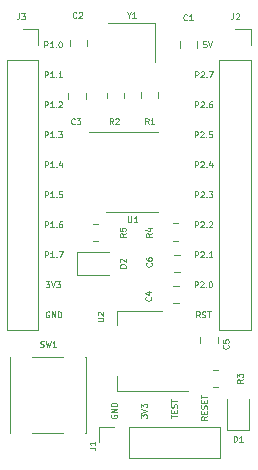
<source format=gbr>
%TF.GenerationSoftware,KiCad,Pcbnew,(5.1.10)-1*%
%TF.CreationDate,2021-10-19T17:14:30+03:00*%
%TF.ProjectId,msp,6d73702e-6b69-4636-9164-5f7063625858,rev?*%
%TF.SameCoordinates,Original*%
%TF.FileFunction,Legend,Top*%
%TF.FilePolarity,Positive*%
%FSLAX46Y46*%
G04 Gerber Fmt 4.6, Leading zero omitted, Abs format (unit mm)*
G04 Created by KiCad (PCBNEW (5.1.10)-1) date 2021-10-19 17:14:30*
%MOMM*%
%LPD*%
G01*
G04 APERTURE LIST*
%ADD10C,0.125000*%
%ADD11C,0.120000*%
G04 APERTURE END LIST*
D10*
X101602789Y-87306190D02*
X101602789Y-86806190D01*
X101793265Y-86806190D01*
X101840884Y-86830000D01*
X101864694Y-86853809D01*
X101888503Y-86901428D01*
X101888503Y-86972857D01*
X101864694Y-87020476D01*
X101840884Y-87044285D01*
X101793265Y-87068095D01*
X101602789Y-87068095D01*
X102078980Y-86853809D02*
X102102789Y-86830000D01*
X102150408Y-86806190D01*
X102269456Y-86806190D01*
X102317075Y-86830000D01*
X102340884Y-86853809D01*
X102364694Y-86901428D01*
X102364694Y-86949047D01*
X102340884Y-87020476D01*
X102055170Y-87306190D01*
X102364694Y-87306190D01*
X102578980Y-87258571D02*
X102602789Y-87282380D01*
X102578980Y-87306190D01*
X102555170Y-87282380D01*
X102578980Y-87258571D01*
X102578980Y-87306190D01*
X103031360Y-86806190D02*
X102936122Y-86806190D01*
X102888503Y-86830000D01*
X102864694Y-86853809D01*
X102817075Y-86925238D01*
X102793265Y-87020476D01*
X102793265Y-87210952D01*
X102817075Y-87258571D01*
X102840884Y-87282380D01*
X102888503Y-87306190D01*
X102983741Y-87306190D01*
X103031360Y-87282380D01*
X103055170Y-87258571D01*
X103078980Y-87210952D01*
X103078980Y-87091904D01*
X103055170Y-87044285D01*
X103031360Y-87020476D01*
X102983741Y-86996666D01*
X102888503Y-86996666D01*
X102840884Y-87020476D01*
X102817075Y-87044285D01*
X102793265Y-87091904D01*
X101567229Y-89846190D02*
X101567229Y-89346190D01*
X101757705Y-89346190D01*
X101805324Y-89370000D01*
X101829134Y-89393809D01*
X101852943Y-89441428D01*
X101852943Y-89512857D01*
X101829134Y-89560476D01*
X101805324Y-89584285D01*
X101757705Y-89608095D01*
X101567229Y-89608095D01*
X102043420Y-89393809D02*
X102067229Y-89370000D01*
X102114848Y-89346190D01*
X102233896Y-89346190D01*
X102281515Y-89370000D01*
X102305324Y-89393809D01*
X102329134Y-89441428D01*
X102329134Y-89489047D01*
X102305324Y-89560476D01*
X102019610Y-89846190D01*
X102329134Y-89846190D01*
X102543420Y-89798571D02*
X102567229Y-89822380D01*
X102543420Y-89846190D01*
X102519610Y-89822380D01*
X102543420Y-89798571D01*
X102543420Y-89846190D01*
X103019610Y-89346190D02*
X102781515Y-89346190D01*
X102757705Y-89584285D01*
X102781515Y-89560476D01*
X102829134Y-89536666D01*
X102948181Y-89536666D01*
X102995800Y-89560476D01*
X103019610Y-89584285D01*
X103043420Y-89631904D01*
X103043420Y-89750952D01*
X103019610Y-89798571D01*
X102995800Y-89822380D01*
X102948181Y-89846190D01*
X102829134Y-89846190D01*
X102781515Y-89822380D01*
X102757705Y-89798571D01*
X101585009Y-92386190D02*
X101585009Y-91886190D01*
X101775485Y-91886190D01*
X101823104Y-91910000D01*
X101846914Y-91933809D01*
X101870723Y-91981428D01*
X101870723Y-92052857D01*
X101846914Y-92100476D01*
X101823104Y-92124285D01*
X101775485Y-92148095D01*
X101585009Y-92148095D01*
X102061200Y-91933809D02*
X102085009Y-91910000D01*
X102132628Y-91886190D01*
X102251676Y-91886190D01*
X102299295Y-91910000D01*
X102323104Y-91933809D01*
X102346914Y-91981428D01*
X102346914Y-92029047D01*
X102323104Y-92100476D01*
X102037390Y-92386190D01*
X102346914Y-92386190D01*
X102561200Y-92338571D02*
X102585009Y-92362380D01*
X102561200Y-92386190D01*
X102537390Y-92362380D01*
X102561200Y-92338571D01*
X102561200Y-92386190D01*
X103013580Y-92052857D02*
X103013580Y-92386190D01*
X102894533Y-91862380D02*
X102775485Y-92219523D01*
X103085009Y-92219523D01*
X101602789Y-94926190D02*
X101602789Y-94426190D01*
X101793265Y-94426190D01*
X101840884Y-94450000D01*
X101864694Y-94473809D01*
X101888503Y-94521428D01*
X101888503Y-94592857D01*
X101864694Y-94640476D01*
X101840884Y-94664285D01*
X101793265Y-94688095D01*
X101602789Y-94688095D01*
X102078980Y-94473809D02*
X102102789Y-94450000D01*
X102150408Y-94426190D01*
X102269456Y-94426190D01*
X102317075Y-94450000D01*
X102340884Y-94473809D01*
X102364694Y-94521428D01*
X102364694Y-94569047D01*
X102340884Y-94640476D01*
X102055170Y-94926190D01*
X102364694Y-94926190D01*
X102578980Y-94878571D02*
X102602789Y-94902380D01*
X102578980Y-94926190D01*
X102555170Y-94902380D01*
X102578980Y-94878571D01*
X102578980Y-94926190D01*
X102769456Y-94426190D02*
X103078980Y-94426190D01*
X102912313Y-94616666D01*
X102983741Y-94616666D01*
X103031360Y-94640476D01*
X103055170Y-94664285D01*
X103078980Y-94711904D01*
X103078980Y-94830952D01*
X103055170Y-94878571D01*
X103031360Y-94902380D01*
X102983741Y-94926190D01*
X102840884Y-94926190D01*
X102793265Y-94902380D01*
X102769456Y-94878571D01*
X101582469Y-97466190D02*
X101582469Y-96966190D01*
X101772945Y-96966190D01*
X101820564Y-96990000D01*
X101844374Y-97013809D01*
X101868183Y-97061428D01*
X101868183Y-97132857D01*
X101844374Y-97180476D01*
X101820564Y-97204285D01*
X101772945Y-97228095D01*
X101582469Y-97228095D01*
X102058660Y-97013809D02*
X102082469Y-96990000D01*
X102130088Y-96966190D01*
X102249136Y-96966190D01*
X102296755Y-96990000D01*
X102320564Y-97013809D01*
X102344374Y-97061428D01*
X102344374Y-97109047D01*
X102320564Y-97180476D01*
X102034850Y-97466190D01*
X102344374Y-97466190D01*
X102558660Y-97418571D02*
X102582469Y-97442380D01*
X102558660Y-97466190D01*
X102534850Y-97442380D01*
X102558660Y-97418571D01*
X102558660Y-97466190D01*
X102772945Y-97013809D02*
X102796755Y-96990000D01*
X102844374Y-96966190D01*
X102963421Y-96966190D01*
X103011040Y-96990000D01*
X103034850Y-97013809D01*
X103058660Y-97061428D01*
X103058660Y-97109047D01*
X103034850Y-97180476D01*
X102749136Y-97466190D01*
X103058660Y-97466190D01*
X101585009Y-100006190D02*
X101585009Y-99506190D01*
X101775485Y-99506190D01*
X101823104Y-99530000D01*
X101846914Y-99553809D01*
X101870723Y-99601428D01*
X101870723Y-99672857D01*
X101846914Y-99720476D01*
X101823104Y-99744285D01*
X101775485Y-99768095D01*
X101585009Y-99768095D01*
X102061200Y-99553809D02*
X102085009Y-99530000D01*
X102132628Y-99506190D01*
X102251676Y-99506190D01*
X102299295Y-99530000D01*
X102323104Y-99553809D01*
X102346914Y-99601428D01*
X102346914Y-99649047D01*
X102323104Y-99720476D01*
X102037390Y-100006190D01*
X102346914Y-100006190D01*
X102561200Y-99958571D02*
X102585009Y-99982380D01*
X102561200Y-100006190D01*
X102537390Y-99982380D01*
X102561200Y-99958571D01*
X102561200Y-100006190D01*
X103061200Y-100006190D02*
X102775485Y-100006190D01*
X102918342Y-100006190D02*
X102918342Y-99506190D01*
X102870723Y-99577619D01*
X102823104Y-99625238D01*
X102775485Y-99649047D01*
X101564689Y-102546190D02*
X101564689Y-102046190D01*
X101755165Y-102046190D01*
X101802784Y-102070000D01*
X101826594Y-102093809D01*
X101850403Y-102141428D01*
X101850403Y-102212857D01*
X101826594Y-102260476D01*
X101802784Y-102284285D01*
X101755165Y-102308095D01*
X101564689Y-102308095D01*
X102040880Y-102093809D02*
X102064689Y-102070000D01*
X102112308Y-102046190D01*
X102231356Y-102046190D01*
X102278975Y-102070000D01*
X102302784Y-102093809D01*
X102326594Y-102141428D01*
X102326594Y-102189047D01*
X102302784Y-102260476D01*
X102017070Y-102546190D01*
X102326594Y-102546190D01*
X102540880Y-102498571D02*
X102564689Y-102522380D01*
X102540880Y-102546190D01*
X102517070Y-102522380D01*
X102540880Y-102498571D01*
X102540880Y-102546190D01*
X102874213Y-102046190D02*
X102921832Y-102046190D01*
X102969451Y-102070000D01*
X102993260Y-102093809D01*
X103017070Y-102141428D01*
X103040880Y-102236666D01*
X103040880Y-102355714D01*
X103017070Y-102450952D01*
X102993260Y-102498571D01*
X102969451Y-102522380D01*
X102921832Y-102546190D01*
X102874213Y-102546190D01*
X102826594Y-102522380D01*
X102802784Y-102498571D01*
X102778975Y-102450952D01*
X102755165Y-102355714D01*
X102755165Y-102236666D01*
X102778975Y-102141428D01*
X102802784Y-102093809D01*
X102826594Y-102070000D01*
X102874213Y-102046190D01*
X102009450Y-105086190D02*
X101842783Y-104848095D01*
X101723736Y-105086190D02*
X101723736Y-104586190D01*
X101914212Y-104586190D01*
X101961831Y-104610000D01*
X101985640Y-104633809D01*
X102009450Y-104681428D01*
X102009450Y-104752857D01*
X101985640Y-104800476D01*
X101961831Y-104824285D01*
X101914212Y-104848095D01*
X101723736Y-104848095D01*
X102199926Y-105062380D02*
X102271355Y-105086190D01*
X102390402Y-105086190D01*
X102438021Y-105062380D01*
X102461831Y-105038571D01*
X102485640Y-104990952D01*
X102485640Y-104943333D01*
X102461831Y-104895714D01*
X102438021Y-104871904D01*
X102390402Y-104848095D01*
X102295164Y-104824285D01*
X102247545Y-104800476D01*
X102223736Y-104776666D01*
X102199926Y-104729047D01*
X102199926Y-104681428D01*
X102223736Y-104633809D01*
X102247545Y-104610000D01*
X102295164Y-104586190D01*
X102414212Y-104586190D01*
X102485640Y-104610000D01*
X102628498Y-104586190D02*
X102914212Y-104586190D01*
X102771355Y-105086190D02*
X102771355Y-104586190D01*
X101612949Y-84766190D02*
X101612949Y-84266190D01*
X101803425Y-84266190D01*
X101851044Y-84290000D01*
X101874854Y-84313809D01*
X101898663Y-84361428D01*
X101898663Y-84432857D01*
X101874854Y-84480476D01*
X101851044Y-84504285D01*
X101803425Y-84528095D01*
X101612949Y-84528095D01*
X102089140Y-84313809D02*
X102112949Y-84290000D01*
X102160568Y-84266190D01*
X102279616Y-84266190D01*
X102327235Y-84290000D01*
X102351044Y-84313809D01*
X102374854Y-84361428D01*
X102374854Y-84409047D01*
X102351044Y-84480476D01*
X102065330Y-84766190D01*
X102374854Y-84766190D01*
X102589140Y-84718571D02*
X102612949Y-84742380D01*
X102589140Y-84766190D01*
X102565330Y-84742380D01*
X102589140Y-84718571D01*
X102589140Y-84766190D01*
X102779616Y-84266190D02*
X103112949Y-84266190D01*
X102898663Y-84766190D01*
X89245487Y-104610000D02*
X89197868Y-104586190D01*
X89126440Y-104586190D01*
X89055011Y-104610000D01*
X89007392Y-104657619D01*
X88983582Y-104705238D01*
X88959773Y-104800476D01*
X88959773Y-104871904D01*
X88983582Y-104967142D01*
X89007392Y-105014761D01*
X89055011Y-105062380D01*
X89126440Y-105086190D01*
X89174059Y-105086190D01*
X89245487Y-105062380D01*
X89269297Y-105038571D01*
X89269297Y-104871904D01*
X89174059Y-104871904D01*
X89483582Y-105086190D02*
X89483582Y-104586190D01*
X89769297Y-105086190D01*
X89769297Y-104586190D01*
X90007392Y-105086190D02*
X90007392Y-104586190D01*
X90126440Y-104586190D01*
X90197868Y-104610000D01*
X90245487Y-104657619D01*
X90269297Y-104705238D01*
X90293106Y-104800476D01*
X90293106Y-104871904D01*
X90269297Y-104967142D01*
X90245487Y-105014761D01*
X90197868Y-105062380D01*
X90126440Y-105086190D01*
X90007392Y-105086190D01*
X88951512Y-102046190D02*
X89261036Y-102046190D01*
X89094369Y-102236666D01*
X89165798Y-102236666D01*
X89213417Y-102260476D01*
X89237226Y-102284285D01*
X89261036Y-102331904D01*
X89261036Y-102450952D01*
X89237226Y-102498571D01*
X89213417Y-102522380D01*
X89165798Y-102546190D01*
X89022940Y-102546190D01*
X88975321Y-102522380D01*
X88951512Y-102498571D01*
X89403893Y-102046190D02*
X89570560Y-102546190D01*
X89737226Y-102046190D01*
X89856274Y-102046190D02*
X90165798Y-102046190D01*
X89999131Y-102236666D01*
X90070560Y-102236666D01*
X90118179Y-102260476D01*
X90141988Y-102284285D01*
X90165798Y-102331904D01*
X90165798Y-102450952D01*
X90141988Y-102498571D01*
X90118179Y-102522380D01*
X90070560Y-102546190D01*
X89927702Y-102546190D01*
X89880083Y-102522380D01*
X89856274Y-102498571D01*
X88885009Y-100006190D02*
X88885009Y-99506190D01*
X89075485Y-99506190D01*
X89123104Y-99530000D01*
X89146914Y-99553809D01*
X89170723Y-99601428D01*
X89170723Y-99672857D01*
X89146914Y-99720476D01*
X89123104Y-99744285D01*
X89075485Y-99768095D01*
X88885009Y-99768095D01*
X89646914Y-100006190D02*
X89361200Y-100006190D01*
X89504057Y-100006190D02*
X89504057Y-99506190D01*
X89456438Y-99577619D01*
X89408819Y-99625238D01*
X89361200Y-99649047D01*
X89861200Y-99958571D02*
X89885009Y-99982380D01*
X89861200Y-100006190D01*
X89837390Y-99982380D01*
X89861200Y-99958571D01*
X89861200Y-100006190D01*
X90051676Y-99506190D02*
X90385009Y-99506190D01*
X90170723Y-100006190D01*
X88874849Y-97466190D02*
X88874849Y-96966190D01*
X89065325Y-96966190D01*
X89112944Y-96990000D01*
X89136754Y-97013809D01*
X89160563Y-97061428D01*
X89160563Y-97132857D01*
X89136754Y-97180476D01*
X89112944Y-97204285D01*
X89065325Y-97228095D01*
X88874849Y-97228095D01*
X89636754Y-97466190D02*
X89351040Y-97466190D01*
X89493897Y-97466190D02*
X89493897Y-96966190D01*
X89446278Y-97037619D01*
X89398659Y-97085238D01*
X89351040Y-97109047D01*
X89851040Y-97418571D02*
X89874849Y-97442380D01*
X89851040Y-97466190D01*
X89827230Y-97442380D01*
X89851040Y-97418571D01*
X89851040Y-97466190D01*
X90303420Y-96966190D02*
X90208182Y-96966190D01*
X90160563Y-96990000D01*
X90136754Y-97013809D01*
X90089135Y-97085238D01*
X90065325Y-97180476D01*
X90065325Y-97370952D01*
X90089135Y-97418571D01*
X90112944Y-97442380D01*
X90160563Y-97466190D01*
X90255801Y-97466190D01*
X90303420Y-97442380D01*
X90327230Y-97418571D01*
X90351040Y-97370952D01*
X90351040Y-97251904D01*
X90327230Y-97204285D01*
X90303420Y-97180476D01*
X90255801Y-97156666D01*
X90160563Y-97156666D01*
X90112944Y-97180476D01*
X90089135Y-97204285D01*
X90065325Y-97251904D01*
X88874849Y-94926190D02*
X88874849Y-94426190D01*
X89065325Y-94426190D01*
X89112944Y-94450000D01*
X89136754Y-94473809D01*
X89160563Y-94521428D01*
X89160563Y-94592857D01*
X89136754Y-94640476D01*
X89112944Y-94664285D01*
X89065325Y-94688095D01*
X88874849Y-94688095D01*
X89636754Y-94926190D02*
X89351040Y-94926190D01*
X89493897Y-94926190D02*
X89493897Y-94426190D01*
X89446278Y-94497619D01*
X89398659Y-94545238D01*
X89351040Y-94569047D01*
X89851040Y-94878571D02*
X89874849Y-94902380D01*
X89851040Y-94926190D01*
X89827230Y-94902380D01*
X89851040Y-94878571D01*
X89851040Y-94926190D01*
X90327230Y-94426190D02*
X90089135Y-94426190D01*
X90065325Y-94664285D01*
X90089135Y-94640476D01*
X90136754Y-94616666D01*
X90255801Y-94616666D01*
X90303420Y-94640476D01*
X90327230Y-94664285D01*
X90351040Y-94711904D01*
X90351040Y-94830952D01*
X90327230Y-94878571D01*
X90303420Y-94902380D01*
X90255801Y-94926190D01*
X90136754Y-94926190D01*
X90089135Y-94902380D01*
X90065325Y-94878571D01*
X88874849Y-92386190D02*
X88874849Y-91886190D01*
X89065325Y-91886190D01*
X89112944Y-91910000D01*
X89136754Y-91933809D01*
X89160563Y-91981428D01*
X89160563Y-92052857D01*
X89136754Y-92100476D01*
X89112944Y-92124285D01*
X89065325Y-92148095D01*
X88874849Y-92148095D01*
X89636754Y-92386190D02*
X89351040Y-92386190D01*
X89493897Y-92386190D02*
X89493897Y-91886190D01*
X89446278Y-91957619D01*
X89398659Y-92005238D01*
X89351040Y-92029047D01*
X89851040Y-92338571D02*
X89874849Y-92362380D01*
X89851040Y-92386190D01*
X89827230Y-92362380D01*
X89851040Y-92338571D01*
X89851040Y-92386190D01*
X90303420Y-92052857D02*
X90303420Y-92386190D01*
X90184373Y-91862380D02*
X90065325Y-92219523D01*
X90374849Y-92219523D01*
X88864689Y-89846190D02*
X88864689Y-89346190D01*
X89055165Y-89346190D01*
X89102784Y-89370000D01*
X89126594Y-89393809D01*
X89150403Y-89441428D01*
X89150403Y-89512857D01*
X89126594Y-89560476D01*
X89102784Y-89584285D01*
X89055165Y-89608095D01*
X88864689Y-89608095D01*
X89626594Y-89846190D02*
X89340880Y-89846190D01*
X89483737Y-89846190D02*
X89483737Y-89346190D01*
X89436118Y-89417619D01*
X89388499Y-89465238D01*
X89340880Y-89489047D01*
X89840880Y-89798571D02*
X89864689Y-89822380D01*
X89840880Y-89846190D01*
X89817070Y-89822380D01*
X89840880Y-89798571D01*
X89840880Y-89846190D01*
X90031356Y-89346190D02*
X90340880Y-89346190D01*
X90174213Y-89536666D01*
X90245641Y-89536666D01*
X90293260Y-89560476D01*
X90317070Y-89584285D01*
X90340880Y-89631904D01*
X90340880Y-89750952D01*
X90317070Y-89798571D01*
X90293260Y-89822380D01*
X90245641Y-89846190D01*
X90102784Y-89846190D01*
X90055165Y-89822380D01*
X90031356Y-89798571D01*
X88864689Y-87306190D02*
X88864689Y-86806190D01*
X89055165Y-86806190D01*
X89102784Y-86830000D01*
X89126594Y-86853809D01*
X89150403Y-86901428D01*
X89150403Y-86972857D01*
X89126594Y-87020476D01*
X89102784Y-87044285D01*
X89055165Y-87068095D01*
X88864689Y-87068095D01*
X89626594Y-87306190D02*
X89340880Y-87306190D01*
X89483737Y-87306190D02*
X89483737Y-86806190D01*
X89436118Y-86877619D01*
X89388499Y-86925238D01*
X89340880Y-86949047D01*
X89840880Y-87258571D02*
X89864689Y-87282380D01*
X89840880Y-87306190D01*
X89817070Y-87282380D01*
X89840880Y-87258571D01*
X89840880Y-87306190D01*
X90055165Y-86853809D02*
X90078975Y-86830000D01*
X90126594Y-86806190D01*
X90245641Y-86806190D01*
X90293260Y-86830000D01*
X90317070Y-86853809D01*
X90340880Y-86901428D01*
X90340880Y-86949047D01*
X90317070Y-87020476D01*
X90031356Y-87306190D01*
X90340880Y-87306190D01*
X88864689Y-84766190D02*
X88864689Y-84266190D01*
X89055165Y-84266190D01*
X89102784Y-84290000D01*
X89126594Y-84313809D01*
X89150403Y-84361428D01*
X89150403Y-84432857D01*
X89126594Y-84480476D01*
X89102784Y-84504285D01*
X89055165Y-84528095D01*
X88864689Y-84528095D01*
X89626594Y-84766190D02*
X89340880Y-84766190D01*
X89483737Y-84766190D02*
X89483737Y-84266190D01*
X89436118Y-84337619D01*
X89388499Y-84385238D01*
X89340880Y-84409047D01*
X89840880Y-84718571D02*
X89864689Y-84742380D01*
X89840880Y-84766190D01*
X89817070Y-84742380D01*
X89840880Y-84718571D01*
X89840880Y-84766190D01*
X90340880Y-84766190D02*
X90055165Y-84766190D01*
X90198022Y-84766190D02*
X90198022Y-84266190D01*
X90150403Y-84337619D01*
X90102784Y-84385238D01*
X90055165Y-84409047D01*
X88846909Y-82226190D02*
X88846909Y-81726190D01*
X89037385Y-81726190D01*
X89085004Y-81750000D01*
X89108814Y-81773809D01*
X89132623Y-81821428D01*
X89132623Y-81892857D01*
X89108814Y-81940476D01*
X89085004Y-81964285D01*
X89037385Y-81988095D01*
X88846909Y-81988095D01*
X89608814Y-82226190D02*
X89323100Y-82226190D01*
X89465957Y-82226190D02*
X89465957Y-81726190D01*
X89418338Y-81797619D01*
X89370719Y-81845238D01*
X89323100Y-81869047D01*
X89823100Y-82178571D02*
X89846909Y-82202380D01*
X89823100Y-82226190D01*
X89799290Y-82202380D01*
X89823100Y-82178571D01*
X89823100Y-82226190D01*
X90156433Y-81726190D02*
X90204052Y-81726190D01*
X90251671Y-81750000D01*
X90275480Y-81773809D01*
X90299290Y-81821428D01*
X90323100Y-81916666D01*
X90323100Y-82035714D01*
X90299290Y-82130952D01*
X90275480Y-82178571D01*
X90251671Y-82202380D01*
X90204052Y-82226190D01*
X90156433Y-82226190D01*
X90108814Y-82202380D01*
X90085004Y-82178571D01*
X90061195Y-82130952D01*
X90037385Y-82035714D01*
X90037385Y-81916666D01*
X90061195Y-81821428D01*
X90085004Y-81773809D01*
X90108814Y-81750000D01*
X90156433Y-81726190D01*
X102556321Y-81726190D02*
X102318226Y-81726190D01*
X102294417Y-81964285D01*
X102318226Y-81940476D01*
X102365845Y-81916666D01*
X102484893Y-81916666D01*
X102532512Y-81940476D01*
X102556321Y-81964285D01*
X102580131Y-82011904D01*
X102580131Y-82130952D01*
X102556321Y-82178571D01*
X102532512Y-82202380D01*
X102484893Y-82226190D01*
X102365845Y-82226190D01*
X102318226Y-82202380D01*
X102294417Y-82178571D01*
X102722988Y-81726190D02*
X102889655Y-82226190D01*
X103056321Y-81726190D01*
X102605970Y-113474250D02*
X102367875Y-113640917D01*
X102605970Y-113759964D02*
X102105970Y-113759964D01*
X102105970Y-113569488D01*
X102129780Y-113521869D01*
X102153589Y-113498060D01*
X102201208Y-113474250D01*
X102272637Y-113474250D01*
X102320256Y-113498060D01*
X102344065Y-113521869D01*
X102367875Y-113569488D01*
X102367875Y-113759964D01*
X102344065Y-113259964D02*
X102344065Y-113093298D01*
X102605970Y-113021869D02*
X102605970Y-113259964D01*
X102105970Y-113259964D01*
X102105970Y-113021869D01*
X102582160Y-112831393D02*
X102605970Y-112759964D01*
X102605970Y-112640917D01*
X102582160Y-112593298D01*
X102558351Y-112569488D01*
X102510732Y-112545679D01*
X102463113Y-112545679D01*
X102415494Y-112569488D01*
X102391684Y-112593298D01*
X102367875Y-112640917D01*
X102344065Y-112736155D01*
X102320256Y-112783774D01*
X102296446Y-112807583D01*
X102248827Y-112831393D01*
X102201208Y-112831393D01*
X102153589Y-112807583D01*
X102129780Y-112783774D01*
X102105970Y-112736155D01*
X102105970Y-112617107D01*
X102129780Y-112545679D01*
X102344065Y-112331393D02*
X102344065Y-112164726D01*
X102605970Y-112093298D02*
X102605970Y-112331393D01*
X102105970Y-112331393D01*
X102105970Y-112093298D01*
X102105970Y-111950440D02*
X102105970Y-111664726D01*
X102605970Y-111807583D02*
X102105970Y-111807583D01*
X99565970Y-113604099D02*
X99565970Y-113318384D01*
X100065970Y-113461241D02*
X99565970Y-113461241D01*
X99804065Y-113151718D02*
X99804065Y-112985051D01*
X100065970Y-112913622D02*
X100065970Y-113151718D01*
X99565970Y-113151718D01*
X99565970Y-112913622D01*
X100042160Y-112723146D02*
X100065970Y-112651718D01*
X100065970Y-112532670D01*
X100042160Y-112485051D01*
X100018351Y-112461241D01*
X99970732Y-112437432D01*
X99923113Y-112437432D01*
X99875494Y-112461241D01*
X99851684Y-112485051D01*
X99827875Y-112532670D01*
X99804065Y-112627908D01*
X99780256Y-112675527D01*
X99756446Y-112699337D01*
X99708827Y-112723146D01*
X99661208Y-112723146D01*
X99613589Y-112699337D01*
X99589780Y-112675527D01*
X99565970Y-112627908D01*
X99565970Y-112508860D01*
X99589780Y-112437432D01*
X99565970Y-112294575D02*
X99565970Y-112008860D01*
X100065970Y-112151718D02*
X99565970Y-112151718D01*
X94509780Y-113342372D02*
X94485970Y-113389991D01*
X94485970Y-113461420D01*
X94509780Y-113532848D01*
X94557399Y-113580467D01*
X94605018Y-113604277D01*
X94700256Y-113628086D01*
X94771684Y-113628086D01*
X94866922Y-113604277D01*
X94914541Y-113580467D01*
X94962160Y-113532848D01*
X94985970Y-113461420D01*
X94985970Y-113413800D01*
X94962160Y-113342372D01*
X94938351Y-113318562D01*
X94771684Y-113318562D01*
X94771684Y-113413800D01*
X94985970Y-113104277D02*
X94485970Y-113104277D01*
X94985970Y-112818562D01*
X94485970Y-112818562D01*
X94985970Y-112580467D02*
X94485970Y-112580467D01*
X94485970Y-112461420D01*
X94509780Y-112389991D01*
X94557399Y-112342372D01*
X94605018Y-112318562D01*
X94700256Y-112294753D01*
X94771684Y-112294753D01*
X94866922Y-112318562D01*
X94914541Y-112342372D01*
X94962160Y-112389991D01*
X94985970Y-112461420D01*
X94985970Y-112580467D01*
X97025970Y-113603327D02*
X97025970Y-113293803D01*
X97216446Y-113460470D01*
X97216446Y-113389041D01*
X97240256Y-113341422D01*
X97264065Y-113317613D01*
X97311684Y-113293803D01*
X97430732Y-113293803D01*
X97478351Y-113317613D01*
X97502160Y-113341422D01*
X97525970Y-113389041D01*
X97525970Y-113531899D01*
X97502160Y-113579518D01*
X97478351Y-113603327D01*
X97025970Y-113150946D02*
X97525970Y-112984280D01*
X97025970Y-112817613D01*
X97025970Y-112698565D02*
X97025970Y-112389041D01*
X97216446Y-112555708D01*
X97216446Y-112484280D01*
X97240256Y-112436660D01*
X97264065Y-112412851D01*
X97311684Y-112389041D01*
X97430732Y-112389041D01*
X97478351Y-112412851D01*
X97502160Y-112436660D01*
X97525970Y-112484280D01*
X97525970Y-112627137D01*
X97502160Y-112674756D01*
X97478351Y-112698565D01*
D11*
%TO.C,C1*%
X101783820Y-81717248D02*
X101783820Y-82239752D01*
X100313820Y-81717248D02*
X100313820Y-82239752D01*
%TO.C,C2*%
X92479800Y-82100052D02*
X92479800Y-81577548D01*
X91009800Y-82100052D02*
X91009800Y-81577548D01*
%TO.C,C3*%
X90865020Y-86060648D02*
X90865020Y-86583152D01*
X92335020Y-86060648D02*
X92335020Y-86583152D01*
%TO.C,C4*%
X100286452Y-103899640D02*
X99763948Y-103899640D01*
X100286452Y-102429640D02*
X99763948Y-102429640D01*
%TO.C,C5*%
X103523720Y-107284152D02*
X103523720Y-106761648D01*
X102053720Y-107284152D02*
X102053720Y-106761648D01*
%TO.C,J1*%
X93429780Y-115671600D02*
X93429780Y-114341600D01*
X93429780Y-114341600D02*
X94759780Y-114341600D01*
X96029780Y-114341600D02*
X103709780Y-114341600D01*
X103709780Y-117001600D02*
X103709780Y-114341600D01*
X96029780Y-117001600D02*
X103709780Y-117001600D01*
X96029780Y-117001600D02*
X96029780Y-114341600D01*
%TO.C,J2*%
X105000000Y-80670000D02*
X106330000Y-80670000D01*
X106330000Y-80670000D02*
X106330000Y-82000000D01*
X106330000Y-83270000D02*
X106330000Y-106190000D01*
X103670000Y-106190000D02*
X106330000Y-106190000D01*
X103670000Y-83270000D02*
X103670000Y-106190000D01*
X103670000Y-83270000D02*
X106330000Y-83270000D01*
%TO.C,J3*%
X85670000Y-83270000D02*
X88330000Y-83270000D01*
X85670000Y-83270000D02*
X85670000Y-106190000D01*
X85670000Y-106190000D02*
X88330000Y-106190000D01*
X88330000Y-83270000D02*
X88330000Y-106190000D01*
X88330000Y-80670000D02*
X88330000Y-82000000D01*
X87000000Y-80670000D02*
X88330000Y-80670000D01*
%TO.C,R1*%
X98474200Y-86485464D02*
X98474200Y-86031336D01*
X97004200Y-86485464D02*
X97004200Y-86031336D01*
%TO.C,R2*%
X94108600Y-86536264D02*
X94108600Y-86082136D01*
X95578600Y-86536264D02*
X95578600Y-86082136D01*
%TO.C,R3*%
X103572044Y-110981160D02*
X103117916Y-110981160D01*
X103572044Y-109511160D02*
X103117916Y-109511160D01*
%TO.C,R4*%
X99744796Y-98580880D02*
X100198924Y-98580880D01*
X99744796Y-97110880D02*
X100198924Y-97110880D01*
%TO.C,R5*%
X93381564Y-97187080D02*
X92927436Y-97187080D01*
X93381564Y-98657080D02*
X92927436Y-98657080D01*
%TO.C,U2*%
X101036560Y-111326980D02*
X95026560Y-111326980D01*
X98786560Y-104506980D02*
X95026560Y-104506980D01*
X95026560Y-111326980D02*
X95026560Y-110066980D01*
X95026560Y-104506980D02*
X95026560Y-105766980D01*
%TO.C,D1*%
X106199820Y-114641340D02*
X106199820Y-111956340D01*
X104279820Y-114641340D02*
X106199820Y-114641340D01*
X104279820Y-111956340D02*
X104279820Y-114641340D01*
%TO.C,D2*%
X94294200Y-99568120D02*
X91609200Y-99568120D01*
X91609200Y-99568120D02*
X91609200Y-101488120D01*
X91609200Y-101488120D02*
X94294200Y-101488120D01*
%TO.C,C6*%
X99804588Y-101237720D02*
X100327092Y-101237720D01*
X99804588Y-99767720D02*
X100327092Y-99767720D01*
%TO.C,SW1*%
X92358600Y-114918880D02*
X92358600Y-108458880D01*
X87828600Y-114918880D02*
X90428600Y-114918880D01*
X85898600Y-114918880D02*
X85898600Y-108458880D01*
X87828600Y-108458880D02*
X90428600Y-108458880D01*
X85928600Y-114918880D02*
X85898600Y-114918880D01*
X92358600Y-114918880D02*
X92328600Y-114918880D01*
X92358600Y-108458880D02*
X92328600Y-108458880D01*
X85898600Y-108458880D02*
X85928600Y-108458880D01*
%TO.C,Y1*%
X98217740Y-80171020D02*
X94217740Y-80171020D01*
X98217740Y-83471020D02*
X98217740Y-80171020D01*
%TO.C,U1*%
X96250000Y-96135000D02*
X98450000Y-96135000D01*
X96250000Y-96135000D02*
X94050000Y-96135000D01*
X96250000Y-89365000D02*
X98450000Y-89365000D01*
X96250000Y-89365000D02*
X92650000Y-89365000D01*
%TO.C,C1*%
D10*
X100919766Y-79873611D02*
X100895957Y-79897420D01*
X100824528Y-79921230D01*
X100776909Y-79921230D01*
X100705480Y-79897420D01*
X100657861Y-79849801D01*
X100634052Y-79802182D01*
X100610242Y-79706944D01*
X100610242Y-79635516D01*
X100634052Y-79540278D01*
X100657861Y-79492659D01*
X100705480Y-79445040D01*
X100776909Y-79421230D01*
X100824528Y-79421230D01*
X100895957Y-79445040D01*
X100919766Y-79468849D01*
X101395957Y-79921230D02*
X101110242Y-79921230D01*
X101253100Y-79921230D02*
X101253100Y-79421230D01*
X101205480Y-79492659D01*
X101157861Y-79540278D01*
X101110242Y-79564087D01*
%TO.C,C2*%
X91562406Y-79685651D02*
X91538597Y-79709460D01*
X91467168Y-79733270D01*
X91419549Y-79733270D01*
X91348120Y-79709460D01*
X91300501Y-79661841D01*
X91276692Y-79614222D01*
X91252882Y-79518984D01*
X91252882Y-79447556D01*
X91276692Y-79352318D01*
X91300501Y-79304699D01*
X91348120Y-79257080D01*
X91419549Y-79233270D01*
X91467168Y-79233270D01*
X91538597Y-79257080D01*
X91562406Y-79280889D01*
X91752882Y-79280889D02*
X91776692Y-79257080D01*
X91824311Y-79233270D01*
X91943359Y-79233270D01*
X91990978Y-79257080D01*
X92014787Y-79280889D01*
X92038597Y-79328508D01*
X92038597Y-79376127D01*
X92014787Y-79447556D01*
X91729073Y-79733270D01*
X92038597Y-79733270D01*
%TO.C,C3*%
X91416666Y-88678571D02*
X91392857Y-88702380D01*
X91321428Y-88726190D01*
X91273809Y-88726190D01*
X91202380Y-88702380D01*
X91154761Y-88654761D01*
X91130952Y-88607142D01*
X91107142Y-88511904D01*
X91107142Y-88440476D01*
X91130952Y-88345238D01*
X91154761Y-88297619D01*
X91202380Y-88250000D01*
X91273809Y-88226190D01*
X91321428Y-88226190D01*
X91392857Y-88250000D01*
X91416666Y-88273809D01*
X91583333Y-88226190D02*
X91892857Y-88226190D01*
X91726190Y-88416666D01*
X91797619Y-88416666D01*
X91845238Y-88440476D01*
X91869047Y-88464285D01*
X91892857Y-88511904D01*
X91892857Y-88630952D01*
X91869047Y-88678571D01*
X91845238Y-88702380D01*
X91797619Y-88726190D01*
X91654761Y-88726190D01*
X91607142Y-88702380D01*
X91583333Y-88678571D01*
%TO.C,C4*%
X97859351Y-103369893D02*
X97883160Y-103393702D01*
X97906970Y-103465131D01*
X97906970Y-103512750D01*
X97883160Y-103584179D01*
X97835541Y-103631798D01*
X97787922Y-103655607D01*
X97692684Y-103679417D01*
X97621256Y-103679417D01*
X97526018Y-103655607D01*
X97478399Y-103631798D01*
X97430780Y-103584179D01*
X97406970Y-103512750D01*
X97406970Y-103465131D01*
X97430780Y-103393702D01*
X97454589Y-103369893D01*
X97573637Y-102941321D02*
X97906970Y-102941321D01*
X97383160Y-103060369D02*
X97740303Y-103179417D01*
X97740303Y-102869893D01*
%TO.C,C5*%
X104407471Y-107428813D02*
X104431280Y-107452622D01*
X104455090Y-107524051D01*
X104455090Y-107571670D01*
X104431280Y-107643099D01*
X104383661Y-107690718D01*
X104336042Y-107714527D01*
X104240804Y-107738337D01*
X104169376Y-107738337D01*
X104074138Y-107714527D01*
X104026519Y-107690718D01*
X103978900Y-107643099D01*
X103955090Y-107571670D01*
X103955090Y-107524051D01*
X103978900Y-107452622D01*
X104002709Y-107428813D01*
X103955090Y-106976432D02*
X103955090Y-107214527D01*
X104193185Y-107238337D01*
X104169376Y-107214527D01*
X104145566Y-107166908D01*
X104145566Y-107047860D01*
X104169376Y-107000241D01*
X104193185Y-106976432D01*
X104240804Y-106952622D01*
X104359852Y-106952622D01*
X104407471Y-106976432D01*
X104431280Y-107000241D01*
X104455090Y-107047860D01*
X104455090Y-107166908D01*
X104431280Y-107214527D01*
X104407471Y-107238337D01*
%TO.C,J1*%
X92674950Y-116117666D02*
X93032093Y-116117666D01*
X93103521Y-116141476D01*
X93151140Y-116189095D01*
X93174950Y-116260523D01*
X93174950Y-116308142D01*
X93174950Y-115617666D02*
X93174950Y-115903380D01*
X93174950Y-115760523D02*
X92674950Y-115760523D01*
X92746379Y-115808142D01*
X92793998Y-115855761D01*
X92817807Y-115903380D01*
%TO.C,J2*%
X104839473Y-79342490D02*
X104839473Y-79699633D01*
X104815663Y-79771061D01*
X104768044Y-79818680D01*
X104696616Y-79842490D01*
X104648997Y-79842490D01*
X105053759Y-79390109D02*
X105077568Y-79366300D01*
X105125187Y-79342490D01*
X105244235Y-79342490D01*
X105291854Y-79366300D01*
X105315663Y-79390109D01*
X105339473Y-79437728D01*
X105339473Y-79485347D01*
X105315663Y-79556776D01*
X105029949Y-79842490D01*
X105339473Y-79842490D01*
%TO.C,J3*%
X86706413Y-79343670D02*
X86706413Y-79700813D01*
X86682603Y-79772241D01*
X86634984Y-79819860D01*
X86563556Y-79843670D01*
X86515937Y-79843670D01*
X86896889Y-79343670D02*
X87206413Y-79343670D01*
X87039746Y-79534146D01*
X87111175Y-79534146D01*
X87158794Y-79557956D01*
X87182603Y-79581765D01*
X87206413Y-79629384D01*
X87206413Y-79748432D01*
X87182603Y-79796051D01*
X87158794Y-79819860D01*
X87111175Y-79843670D01*
X86968318Y-79843670D01*
X86920699Y-79819860D01*
X86896889Y-79796051D01*
%TO.C,R1*%
X97666666Y-88726190D02*
X97500000Y-88488095D01*
X97380952Y-88726190D02*
X97380952Y-88226190D01*
X97571428Y-88226190D01*
X97619047Y-88250000D01*
X97642857Y-88273809D01*
X97666666Y-88321428D01*
X97666666Y-88392857D01*
X97642857Y-88440476D01*
X97619047Y-88464285D01*
X97571428Y-88488095D01*
X97380952Y-88488095D01*
X98142857Y-88726190D02*
X97857142Y-88726190D01*
X98000000Y-88726190D02*
X98000000Y-88226190D01*
X97952380Y-88297619D01*
X97904761Y-88345238D01*
X97857142Y-88369047D01*
%TO.C,R2*%
X94666666Y-88726190D02*
X94500000Y-88488095D01*
X94380952Y-88726190D02*
X94380952Y-88226190D01*
X94571428Y-88226190D01*
X94619047Y-88250000D01*
X94642857Y-88273809D01*
X94666666Y-88321428D01*
X94666666Y-88392857D01*
X94642857Y-88440476D01*
X94619047Y-88464285D01*
X94571428Y-88488095D01*
X94380952Y-88488095D01*
X94857142Y-88273809D02*
X94880952Y-88250000D01*
X94928571Y-88226190D01*
X95047619Y-88226190D01*
X95095238Y-88250000D01*
X95119047Y-88273809D01*
X95142857Y-88321428D01*
X95142857Y-88369047D01*
X95119047Y-88440476D01*
X94833333Y-88726190D01*
X95142857Y-88726190D01*
%TO.C,R3*%
X105651430Y-110329493D02*
X105413335Y-110496160D01*
X105651430Y-110615207D02*
X105151430Y-110615207D01*
X105151430Y-110424731D01*
X105175240Y-110377112D01*
X105199049Y-110353302D01*
X105246668Y-110329493D01*
X105318097Y-110329493D01*
X105365716Y-110353302D01*
X105389525Y-110377112D01*
X105413335Y-110424731D01*
X105413335Y-110615207D01*
X105151430Y-110162826D02*
X105151430Y-109853302D01*
X105341906Y-110019969D01*
X105341906Y-109948540D01*
X105365716Y-109900921D01*
X105389525Y-109877112D01*
X105437144Y-109853302D01*
X105556192Y-109853302D01*
X105603811Y-109877112D01*
X105627620Y-109900921D01*
X105651430Y-109948540D01*
X105651430Y-110091398D01*
X105627620Y-110139017D01*
X105603811Y-110162826D01*
%TO.C,R4*%
X97932370Y-97985093D02*
X97694275Y-98151760D01*
X97932370Y-98270807D02*
X97432370Y-98270807D01*
X97432370Y-98080331D01*
X97456180Y-98032712D01*
X97479989Y-98008902D01*
X97527608Y-97985093D01*
X97599037Y-97985093D01*
X97646656Y-98008902D01*
X97670465Y-98032712D01*
X97694275Y-98080331D01*
X97694275Y-98270807D01*
X97599037Y-97556521D02*
X97932370Y-97556521D01*
X97408560Y-97675569D02*
X97765703Y-97794617D01*
X97765703Y-97485093D01*
%TO.C,R5*%
X95726190Y-97985093D02*
X95488095Y-98151760D01*
X95726190Y-98270807D02*
X95226190Y-98270807D01*
X95226190Y-98080331D01*
X95250000Y-98032712D01*
X95273809Y-98008902D01*
X95321428Y-97985093D01*
X95392857Y-97985093D01*
X95440476Y-98008902D01*
X95464285Y-98032712D01*
X95488095Y-98080331D01*
X95488095Y-98270807D01*
X95226190Y-97532712D02*
X95226190Y-97770807D01*
X95464285Y-97794617D01*
X95440476Y-97770807D01*
X95416666Y-97723188D01*
X95416666Y-97604140D01*
X95440476Y-97556521D01*
X95464285Y-97532712D01*
X95511904Y-97508902D01*
X95630952Y-97508902D01*
X95678571Y-97532712D01*
X95702380Y-97556521D01*
X95726190Y-97604140D01*
X95726190Y-97723188D01*
X95702380Y-97770807D01*
X95678571Y-97794617D01*
%TO.C,U2*%
X93348050Y-105404872D02*
X93752812Y-105404872D01*
X93800431Y-105381062D01*
X93824240Y-105357253D01*
X93848050Y-105309634D01*
X93848050Y-105214396D01*
X93824240Y-105166777D01*
X93800431Y-105142967D01*
X93752812Y-105119158D01*
X93348050Y-105119158D01*
X93395669Y-104904872D02*
X93371860Y-104881062D01*
X93348050Y-104833443D01*
X93348050Y-104714396D01*
X93371860Y-104666777D01*
X93395669Y-104642967D01*
X93443288Y-104619158D01*
X93490907Y-104619158D01*
X93562336Y-104642967D01*
X93848050Y-104928681D01*
X93848050Y-104619158D01*
%TO.C,D1*%
X104870772Y-115615850D02*
X104870772Y-115115850D01*
X104989820Y-115115850D01*
X105061248Y-115139660D01*
X105108867Y-115187279D01*
X105132677Y-115234898D01*
X105156486Y-115330136D01*
X105156486Y-115401564D01*
X105132677Y-115496802D01*
X105108867Y-115544421D01*
X105061248Y-115592040D01*
X104989820Y-115615850D01*
X104870772Y-115615850D01*
X105632677Y-115615850D02*
X105346962Y-115615850D01*
X105489820Y-115615850D02*
X105489820Y-115115850D01*
X105442200Y-115187279D01*
X105394581Y-115234898D01*
X105346962Y-115258707D01*
%TO.C,D2*%
X95726190Y-100871767D02*
X95226190Y-100871767D01*
X95226190Y-100752720D01*
X95250000Y-100681291D01*
X95297619Y-100633672D01*
X95345238Y-100609862D01*
X95440476Y-100586053D01*
X95511904Y-100586053D01*
X95607142Y-100609862D01*
X95654761Y-100633672D01*
X95702380Y-100681291D01*
X95726190Y-100752720D01*
X95726190Y-100871767D01*
X95273809Y-100395577D02*
X95250000Y-100371767D01*
X95226190Y-100324148D01*
X95226190Y-100205100D01*
X95250000Y-100157481D01*
X95273809Y-100133672D01*
X95321428Y-100109862D01*
X95369047Y-100109862D01*
X95440476Y-100133672D01*
X95726190Y-100419386D01*
X95726190Y-100109862D01*
%TO.C,C6*%
X97899991Y-100471753D02*
X97923800Y-100495562D01*
X97947610Y-100566991D01*
X97947610Y-100614610D01*
X97923800Y-100686039D01*
X97876181Y-100733658D01*
X97828562Y-100757467D01*
X97733324Y-100781277D01*
X97661896Y-100781277D01*
X97566658Y-100757467D01*
X97519039Y-100733658D01*
X97471420Y-100686039D01*
X97447610Y-100614610D01*
X97447610Y-100566991D01*
X97471420Y-100495562D01*
X97495229Y-100471753D01*
X97447610Y-100043181D02*
X97447610Y-100138420D01*
X97471420Y-100186039D01*
X97495229Y-100209848D01*
X97566658Y-100257467D01*
X97661896Y-100281277D01*
X97852372Y-100281277D01*
X97899991Y-100257467D01*
X97923800Y-100233658D01*
X97947610Y-100186039D01*
X97947610Y-100090800D01*
X97923800Y-100043181D01*
X97899991Y-100019372D01*
X97852372Y-99995562D01*
X97733324Y-99995562D01*
X97685705Y-100019372D01*
X97661896Y-100043181D01*
X97638086Y-100090800D01*
X97638086Y-100186039D01*
X97661896Y-100233658D01*
X97685705Y-100257467D01*
X97733324Y-100281277D01*
%TO.C,SW1*%
X88507653Y-107570720D02*
X88579081Y-107594530D01*
X88698129Y-107594530D01*
X88745748Y-107570720D01*
X88769558Y-107546911D01*
X88793367Y-107499292D01*
X88793367Y-107451673D01*
X88769558Y-107404054D01*
X88745748Y-107380244D01*
X88698129Y-107356435D01*
X88602891Y-107332625D01*
X88555272Y-107308816D01*
X88531462Y-107285006D01*
X88507653Y-107237387D01*
X88507653Y-107189768D01*
X88531462Y-107142149D01*
X88555272Y-107118340D01*
X88602891Y-107094530D01*
X88721939Y-107094530D01*
X88793367Y-107118340D01*
X88960034Y-107094530D02*
X89079081Y-107594530D01*
X89174320Y-107237387D01*
X89269558Y-107594530D01*
X89388605Y-107094530D01*
X89840986Y-107594530D02*
X89555272Y-107594530D01*
X89698129Y-107594530D02*
X89698129Y-107094530D01*
X89650510Y-107165959D01*
X89602891Y-107213578D01*
X89555272Y-107237387D01*
%TO.C,Y1*%
X95979644Y-79495175D02*
X95979644Y-79733270D01*
X95812978Y-79233270D02*
X95979644Y-79495175D01*
X96146311Y-79233270D01*
X96574882Y-79733270D02*
X96289168Y-79733270D01*
X96432025Y-79733270D02*
X96432025Y-79233270D01*
X96384406Y-79304699D01*
X96336787Y-79352318D01*
X96289168Y-79376127D01*
%TO.C,U1*%
X95935847Y-96517970D02*
X95935847Y-96922732D01*
X95959657Y-96970351D01*
X95983466Y-96994160D01*
X96031085Y-97017970D01*
X96126323Y-97017970D01*
X96173942Y-96994160D01*
X96197752Y-96970351D01*
X96221561Y-96922732D01*
X96221561Y-96517970D01*
X96721561Y-97017970D02*
X96435847Y-97017970D01*
X96578704Y-97017970D02*
X96578704Y-96517970D01*
X96531085Y-96589399D01*
X96483466Y-96637018D01*
X96435847Y-96660827D01*
%TD*%
M02*

</source>
